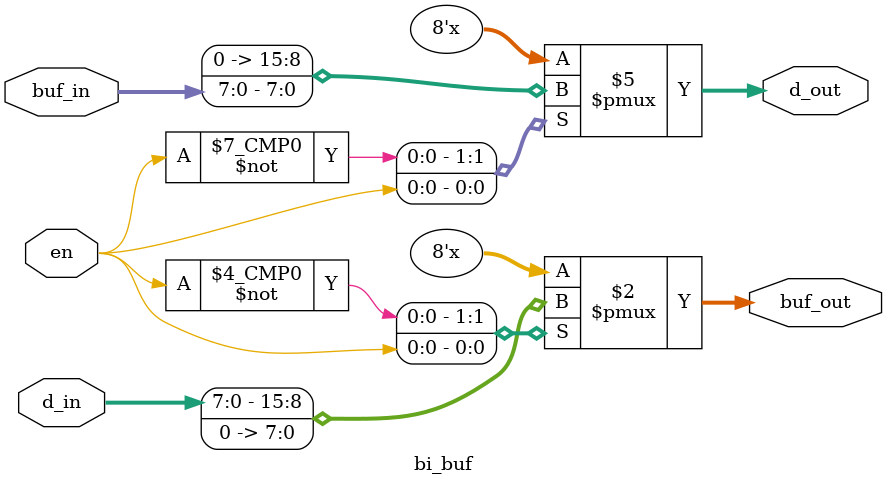
<source format=v>
module bi_buf(
	input en,
	input [7:0] buf_in,
	input [7:0] d_in,
	output reg [7:0] d_out,
	output reg [7:0] buf_out
	);

always@(en,d_in,buf_in) begin
	buf_out  = 8'b0;
	d_out    = 8'b0;
	case(en)
		1'b0 : buf_out = d_in  ;
		1'b1 : d_out   = buf_in;
	endcase
end

endmodule

</source>
